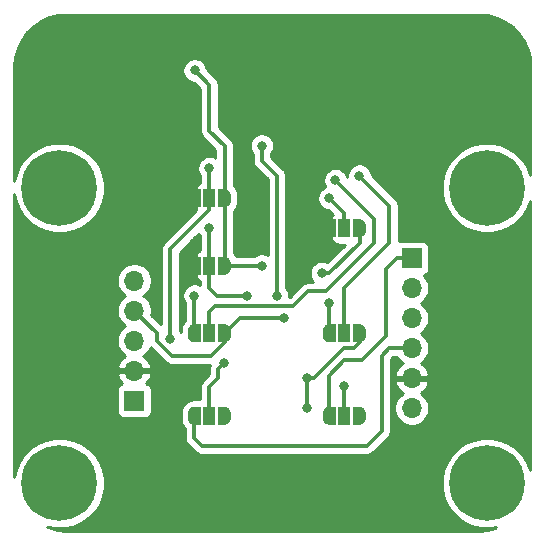
<source format=gbr>
%TF.GenerationSoftware,KiCad,Pcbnew,(5.1.9)-1*%
%TF.CreationDate,2021-03-29T15:47:30-03:00*%
%TF.ProjectId,1335_rev1,31333335-5f72-4657-9631-2e6b69636164,rev?*%
%TF.SameCoordinates,Original*%
%TF.FileFunction,Copper,L2,Bot*%
%TF.FilePolarity,Positive*%
%FSLAX46Y46*%
G04 Gerber Fmt 4.6, Leading zero omitted, Abs format (unit mm)*
G04 Created by KiCad (PCBNEW (5.1.9)-1) date 2021-03-29 15:47:30*
%MOMM*%
%LPD*%
G01*
G04 APERTURE LIST*
%TA.AperFunction,ComponentPad*%
%ADD10O,1.700000X1.700000*%
%TD*%
%TA.AperFunction,ComponentPad*%
%ADD11R,1.700000X1.700000*%
%TD*%
%TA.AperFunction,SMDPad,CuDef*%
%ADD12R,1.000000X1.500000*%
%TD*%
%TA.AperFunction,SMDPad,CuDef*%
%ADD13C,0.100000*%
%TD*%
%TA.AperFunction,ComponentPad*%
%ADD14C,6.400000*%
%TD*%
%TA.AperFunction,ComponentPad*%
%ADD15C,0.800000*%
%TD*%
%TA.AperFunction,ViaPad*%
%ADD16C,0.800000*%
%TD*%
%TA.AperFunction,Conductor*%
%ADD17C,0.300000*%
%TD*%
%TA.AperFunction,Conductor*%
%ADD18C,0.250000*%
%TD*%
%TA.AperFunction,Conductor*%
%ADD19C,0.254000*%
%TD*%
%TA.AperFunction,Conductor*%
%ADD20C,0.100000*%
%TD*%
G04 APERTURE END LIST*
D10*
%TO.P,J1,5*%
%TO.N,+3V3*%
X130810000Y-83185000D03*
%TO.P,J1,4*%
%TO.N,SDA*%
X130810000Y-85725000D03*
%TO.P,J1,3*%
%TO.N,SCL*%
X130810000Y-88265000D03*
%TO.P,J1,2*%
%TO.N,GND*%
X130810000Y-90805000D03*
D11*
%TO.P,J1,1*%
%TO.N,+5V*%
X130810000Y-93345000D03*
%TD*%
D10*
%TO.P,J2,6*%
%TO.N,+5V*%
X154305000Y-93980000D03*
%TO.P,J2,5*%
%TO.N,GND*%
X154305000Y-91440000D03*
%TO.P,J2,4*%
%TO.N,MOSI*%
X154305000Y-88900000D03*
%TO.P,J2,3*%
%TO.N,MISO*%
X154305000Y-86360000D03*
%TO.P,J2,2*%
%TO.N,SCK*%
X154305000Y-83820000D03*
D11*
%TO.P,J2,1*%
%TO.N,CS*%
X154305000Y-81280000D03*
%TD*%
D12*
%TO.P,JP7,2*%
%TO.N,/SA1-MOSI*%
X137160000Y-81915000D03*
%TA.AperFunction,SMDPad,CuDef*%
D13*
%TO.P,JP7,3*%
%TO.N,GND*%
G36*
X135860000Y-82664398D02*
G01*
X135835466Y-82664398D01*
X135786635Y-82659588D01*
X135738510Y-82650016D01*
X135691555Y-82635772D01*
X135646222Y-82616995D01*
X135602949Y-82593864D01*
X135562150Y-82566604D01*
X135524221Y-82535476D01*
X135489524Y-82500779D01*
X135458396Y-82462850D01*
X135431136Y-82422051D01*
X135408005Y-82378778D01*
X135389228Y-82333445D01*
X135374984Y-82286490D01*
X135365412Y-82238365D01*
X135360602Y-82189534D01*
X135360602Y-82165000D01*
X135360000Y-82165000D01*
X135360000Y-81665000D01*
X135360602Y-81665000D01*
X135360602Y-81640466D01*
X135365412Y-81591635D01*
X135374984Y-81543510D01*
X135389228Y-81496555D01*
X135408005Y-81451222D01*
X135431136Y-81407949D01*
X135458396Y-81367150D01*
X135489524Y-81329221D01*
X135524221Y-81294524D01*
X135562150Y-81263396D01*
X135602949Y-81236136D01*
X135646222Y-81213005D01*
X135691555Y-81194228D01*
X135738510Y-81179984D01*
X135786635Y-81170412D01*
X135835466Y-81165602D01*
X135860000Y-81165602D01*
X135860000Y-81165000D01*
X136410000Y-81165000D01*
X136410000Y-82665000D01*
X135860000Y-82665000D01*
X135860000Y-82664398D01*
G37*
%TD.AperFunction*%
%TA.AperFunction,SMDPad,CuDef*%
%TO.P,JP7,1*%
%TO.N,/BYP*%
G36*
X137910000Y-81165000D02*
G01*
X138460000Y-81165000D01*
X138460000Y-81165602D01*
X138484534Y-81165602D01*
X138533365Y-81170412D01*
X138581490Y-81179984D01*
X138628445Y-81194228D01*
X138673778Y-81213005D01*
X138717051Y-81236136D01*
X138757850Y-81263396D01*
X138795779Y-81294524D01*
X138830476Y-81329221D01*
X138861604Y-81367150D01*
X138888864Y-81407949D01*
X138911995Y-81451222D01*
X138930772Y-81496555D01*
X138945016Y-81543510D01*
X138954588Y-81591635D01*
X138959398Y-81640466D01*
X138959398Y-81665000D01*
X138960000Y-81665000D01*
X138960000Y-82165000D01*
X138959398Y-82165000D01*
X138959398Y-82189534D01*
X138954588Y-82238365D01*
X138945016Y-82286490D01*
X138930772Y-82333445D01*
X138911995Y-82378778D01*
X138888864Y-82422051D01*
X138861604Y-82462850D01*
X138830476Y-82500779D01*
X138795779Y-82535476D01*
X138757850Y-82566604D01*
X138717051Y-82593864D01*
X138673778Y-82616995D01*
X138628445Y-82635772D01*
X138581490Y-82650016D01*
X138533365Y-82659588D01*
X138484534Y-82664398D01*
X138460000Y-82664398D01*
X138460000Y-82665000D01*
X137910000Y-82665000D01*
X137910000Y-81165000D01*
G37*
%TD.AperFunction*%
%TD*%
D12*
%TO.P,JP6,2*%
%TO.N,/SA1-MOSI*%
X137160000Y-94615000D03*
%TA.AperFunction,SMDPad,CuDef*%
D13*
%TO.P,JP6,3*%
%TO.N,MOSI*%
G36*
X135860000Y-95364398D02*
G01*
X135835466Y-95364398D01*
X135786635Y-95359588D01*
X135738510Y-95350016D01*
X135691555Y-95335772D01*
X135646222Y-95316995D01*
X135602949Y-95293864D01*
X135562150Y-95266604D01*
X135524221Y-95235476D01*
X135489524Y-95200779D01*
X135458396Y-95162850D01*
X135431136Y-95122051D01*
X135408005Y-95078778D01*
X135389228Y-95033445D01*
X135374984Y-94986490D01*
X135365412Y-94938365D01*
X135360602Y-94889534D01*
X135360602Y-94865000D01*
X135360000Y-94865000D01*
X135360000Y-94365000D01*
X135360602Y-94365000D01*
X135360602Y-94340466D01*
X135365412Y-94291635D01*
X135374984Y-94243510D01*
X135389228Y-94196555D01*
X135408005Y-94151222D01*
X135431136Y-94107949D01*
X135458396Y-94067150D01*
X135489524Y-94029221D01*
X135524221Y-93994524D01*
X135562150Y-93963396D01*
X135602949Y-93936136D01*
X135646222Y-93913005D01*
X135691555Y-93894228D01*
X135738510Y-93879984D01*
X135786635Y-93870412D01*
X135835466Y-93865602D01*
X135860000Y-93865602D01*
X135860000Y-93865000D01*
X136410000Y-93865000D01*
X136410000Y-95365000D01*
X135860000Y-95365000D01*
X135860000Y-95364398D01*
G37*
%TD.AperFunction*%
%TA.AperFunction,SMDPad,CuDef*%
%TO.P,JP6,1*%
%TO.N,Net-(JP6-Pad1)*%
G36*
X137910000Y-93865000D02*
G01*
X138460000Y-93865000D01*
X138460000Y-93865602D01*
X138484534Y-93865602D01*
X138533365Y-93870412D01*
X138581490Y-93879984D01*
X138628445Y-93894228D01*
X138673778Y-93913005D01*
X138717051Y-93936136D01*
X138757850Y-93963396D01*
X138795779Y-93994524D01*
X138830476Y-94029221D01*
X138861604Y-94067150D01*
X138888864Y-94107949D01*
X138911995Y-94151222D01*
X138930772Y-94196555D01*
X138945016Y-94243510D01*
X138954588Y-94291635D01*
X138959398Y-94340466D01*
X138959398Y-94365000D01*
X138960000Y-94365000D01*
X138960000Y-94865000D01*
X138959398Y-94865000D01*
X138959398Y-94889534D01*
X138954588Y-94938365D01*
X138945016Y-94986490D01*
X138930772Y-95033445D01*
X138911995Y-95078778D01*
X138888864Y-95122051D01*
X138861604Y-95162850D01*
X138830476Y-95200779D01*
X138795779Y-95235476D01*
X138757850Y-95266604D01*
X138717051Y-95293864D01*
X138673778Y-95316995D01*
X138628445Y-95335772D01*
X138581490Y-95350016D01*
X138533365Y-95359588D01*
X138484534Y-95364398D01*
X138460000Y-95364398D01*
X138460000Y-95365000D01*
X137910000Y-95365000D01*
X137910000Y-93865000D01*
G37*
%TD.AperFunction*%
%TD*%
D12*
%TO.P,JP5,2*%
%TO.N,/SDA-MISO*%
X137160000Y-87630000D03*
%TA.AperFunction,SMDPad,CuDef*%
D13*
%TO.P,JP5,3*%
%TO.N,MISO*%
G36*
X135860000Y-88379398D02*
G01*
X135835466Y-88379398D01*
X135786635Y-88374588D01*
X135738510Y-88365016D01*
X135691555Y-88350772D01*
X135646222Y-88331995D01*
X135602949Y-88308864D01*
X135562150Y-88281604D01*
X135524221Y-88250476D01*
X135489524Y-88215779D01*
X135458396Y-88177850D01*
X135431136Y-88137051D01*
X135408005Y-88093778D01*
X135389228Y-88048445D01*
X135374984Y-88001490D01*
X135365412Y-87953365D01*
X135360602Y-87904534D01*
X135360602Y-87880000D01*
X135360000Y-87880000D01*
X135360000Y-87380000D01*
X135360602Y-87380000D01*
X135360602Y-87355466D01*
X135365412Y-87306635D01*
X135374984Y-87258510D01*
X135389228Y-87211555D01*
X135408005Y-87166222D01*
X135431136Y-87122949D01*
X135458396Y-87082150D01*
X135489524Y-87044221D01*
X135524221Y-87009524D01*
X135562150Y-86978396D01*
X135602949Y-86951136D01*
X135646222Y-86928005D01*
X135691555Y-86909228D01*
X135738510Y-86894984D01*
X135786635Y-86885412D01*
X135835466Y-86880602D01*
X135860000Y-86880602D01*
X135860000Y-86880000D01*
X136410000Y-86880000D01*
X136410000Y-88380000D01*
X135860000Y-88380000D01*
X135860000Y-88379398D01*
G37*
%TD.AperFunction*%
%TA.AperFunction,SMDPad,CuDef*%
%TO.P,JP5,1*%
%TO.N,SDA*%
G36*
X137910000Y-86880000D02*
G01*
X138460000Y-86880000D01*
X138460000Y-86880602D01*
X138484534Y-86880602D01*
X138533365Y-86885412D01*
X138581490Y-86894984D01*
X138628445Y-86909228D01*
X138673778Y-86928005D01*
X138717051Y-86951136D01*
X138757850Y-86978396D01*
X138795779Y-87009524D01*
X138830476Y-87044221D01*
X138861604Y-87082150D01*
X138888864Y-87122949D01*
X138911995Y-87166222D01*
X138930772Y-87211555D01*
X138945016Y-87258510D01*
X138954588Y-87306635D01*
X138959398Y-87355466D01*
X138959398Y-87380000D01*
X138960000Y-87380000D01*
X138960000Y-87880000D01*
X138959398Y-87880000D01*
X138959398Y-87904534D01*
X138954588Y-87953365D01*
X138945016Y-88001490D01*
X138930772Y-88048445D01*
X138911995Y-88093778D01*
X138888864Y-88137051D01*
X138861604Y-88177850D01*
X138830476Y-88215779D01*
X138795779Y-88250476D01*
X138757850Y-88281604D01*
X138717051Y-88308864D01*
X138673778Y-88331995D01*
X138628445Y-88350772D01*
X138581490Y-88365016D01*
X138533365Y-88374588D01*
X138484534Y-88379398D01*
X138460000Y-88379398D01*
X138460000Y-88380000D01*
X137910000Y-88380000D01*
X137910000Y-86880000D01*
G37*
%TD.AperFunction*%
%TD*%
D12*
%TO.P,JP4,2*%
%TO.N,/SA0-CS*%
X137160000Y-76200000D03*
%TA.AperFunction,SMDPad,CuDef*%
D13*
%TO.P,JP4,3*%
%TO.N,GND*%
G36*
X135860000Y-76949398D02*
G01*
X135835466Y-76949398D01*
X135786635Y-76944588D01*
X135738510Y-76935016D01*
X135691555Y-76920772D01*
X135646222Y-76901995D01*
X135602949Y-76878864D01*
X135562150Y-76851604D01*
X135524221Y-76820476D01*
X135489524Y-76785779D01*
X135458396Y-76747850D01*
X135431136Y-76707051D01*
X135408005Y-76663778D01*
X135389228Y-76618445D01*
X135374984Y-76571490D01*
X135365412Y-76523365D01*
X135360602Y-76474534D01*
X135360602Y-76450000D01*
X135360000Y-76450000D01*
X135360000Y-75950000D01*
X135360602Y-75950000D01*
X135360602Y-75925466D01*
X135365412Y-75876635D01*
X135374984Y-75828510D01*
X135389228Y-75781555D01*
X135408005Y-75736222D01*
X135431136Y-75692949D01*
X135458396Y-75652150D01*
X135489524Y-75614221D01*
X135524221Y-75579524D01*
X135562150Y-75548396D01*
X135602949Y-75521136D01*
X135646222Y-75498005D01*
X135691555Y-75479228D01*
X135738510Y-75464984D01*
X135786635Y-75455412D01*
X135835466Y-75450602D01*
X135860000Y-75450602D01*
X135860000Y-75450000D01*
X136410000Y-75450000D01*
X136410000Y-76950000D01*
X135860000Y-76950000D01*
X135860000Y-76949398D01*
G37*
%TD.AperFunction*%
%TA.AperFunction,SMDPad,CuDef*%
%TO.P,JP4,1*%
%TO.N,/BYP*%
G36*
X137910000Y-75450000D02*
G01*
X138460000Y-75450000D01*
X138460000Y-75450602D01*
X138484534Y-75450602D01*
X138533365Y-75455412D01*
X138581490Y-75464984D01*
X138628445Y-75479228D01*
X138673778Y-75498005D01*
X138717051Y-75521136D01*
X138757850Y-75548396D01*
X138795779Y-75579524D01*
X138830476Y-75614221D01*
X138861604Y-75652150D01*
X138888864Y-75692949D01*
X138911995Y-75736222D01*
X138930772Y-75781555D01*
X138945016Y-75828510D01*
X138954588Y-75876635D01*
X138959398Y-75925466D01*
X138959398Y-75950000D01*
X138960000Y-75950000D01*
X138960000Y-76450000D01*
X138959398Y-76450000D01*
X138959398Y-76474534D01*
X138954588Y-76523365D01*
X138945016Y-76571490D01*
X138930772Y-76618445D01*
X138911995Y-76663778D01*
X138888864Y-76707051D01*
X138861604Y-76747850D01*
X138830476Y-76785779D01*
X138795779Y-76820476D01*
X138757850Y-76851604D01*
X138717051Y-76878864D01*
X138673778Y-76901995D01*
X138628445Y-76920772D01*
X138581490Y-76935016D01*
X138533365Y-76944588D01*
X138484534Y-76949398D01*
X138460000Y-76949398D01*
X138460000Y-76950000D01*
X137910000Y-76950000D01*
X137910000Y-75450000D01*
G37*
%TD.AperFunction*%
%TD*%
D12*
%TO.P,JP3,2*%
%TO.N,/SA0-CS*%
X148590000Y-94615000D03*
%TA.AperFunction,SMDPad,CuDef*%
D13*
%TO.P,JP3,3*%
%TO.N,CS*%
G36*
X147290000Y-95364398D02*
G01*
X147265466Y-95364398D01*
X147216635Y-95359588D01*
X147168510Y-95350016D01*
X147121555Y-95335772D01*
X147076222Y-95316995D01*
X147032949Y-95293864D01*
X146992150Y-95266604D01*
X146954221Y-95235476D01*
X146919524Y-95200779D01*
X146888396Y-95162850D01*
X146861136Y-95122051D01*
X146838005Y-95078778D01*
X146819228Y-95033445D01*
X146804984Y-94986490D01*
X146795412Y-94938365D01*
X146790602Y-94889534D01*
X146790602Y-94865000D01*
X146790000Y-94865000D01*
X146790000Y-94365000D01*
X146790602Y-94365000D01*
X146790602Y-94340466D01*
X146795412Y-94291635D01*
X146804984Y-94243510D01*
X146819228Y-94196555D01*
X146838005Y-94151222D01*
X146861136Y-94107949D01*
X146888396Y-94067150D01*
X146919524Y-94029221D01*
X146954221Y-93994524D01*
X146992150Y-93963396D01*
X147032949Y-93936136D01*
X147076222Y-93913005D01*
X147121555Y-93894228D01*
X147168510Y-93879984D01*
X147216635Y-93870412D01*
X147265466Y-93865602D01*
X147290000Y-93865602D01*
X147290000Y-93865000D01*
X147840000Y-93865000D01*
X147840000Y-95365000D01*
X147290000Y-95365000D01*
X147290000Y-95364398D01*
G37*
%TD.AperFunction*%
%TA.AperFunction,SMDPad,CuDef*%
%TO.P,JP3,1*%
%TO.N,Net-(JP3-Pad1)*%
G36*
X149340000Y-93865000D02*
G01*
X149890000Y-93865000D01*
X149890000Y-93865602D01*
X149914534Y-93865602D01*
X149963365Y-93870412D01*
X150011490Y-93879984D01*
X150058445Y-93894228D01*
X150103778Y-93913005D01*
X150147051Y-93936136D01*
X150187850Y-93963396D01*
X150225779Y-93994524D01*
X150260476Y-94029221D01*
X150291604Y-94067150D01*
X150318864Y-94107949D01*
X150341995Y-94151222D01*
X150360772Y-94196555D01*
X150375016Y-94243510D01*
X150384588Y-94291635D01*
X150389398Y-94340466D01*
X150389398Y-94365000D01*
X150390000Y-94365000D01*
X150390000Y-94865000D01*
X150389398Y-94865000D01*
X150389398Y-94889534D01*
X150384588Y-94938365D01*
X150375016Y-94986490D01*
X150360772Y-95033445D01*
X150341995Y-95078778D01*
X150318864Y-95122051D01*
X150291604Y-95162850D01*
X150260476Y-95200779D01*
X150225779Y-95235476D01*
X150187850Y-95266604D01*
X150147051Y-95293864D01*
X150103778Y-95316995D01*
X150058445Y-95335772D01*
X150011490Y-95350016D01*
X149963365Y-95359588D01*
X149914534Y-95364398D01*
X149890000Y-95364398D01*
X149890000Y-95365000D01*
X149340000Y-95365000D01*
X149340000Y-93865000D01*
G37*
%TD.AperFunction*%
%TD*%
D12*
%TO.P,JP2,2*%
%TO.N,/SCL-CLK*%
X148590000Y-87630000D03*
%TA.AperFunction,SMDPad,CuDef*%
D13*
%TO.P,JP2,3*%
%TO.N,SCK*%
G36*
X147290000Y-88379398D02*
G01*
X147265466Y-88379398D01*
X147216635Y-88374588D01*
X147168510Y-88365016D01*
X147121555Y-88350772D01*
X147076222Y-88331995D01*
X147032949Y-88308864D01*
X146992150Y-88281604D01*
X146954221Y-88250476D01*
X146919524Y-88215779D01*
X146888396Y-88177850D01*
X146861136Y-88137051D01*
X146838005Y-88093778D01*
X146819228Y-88048445D01*
X146804984Y-88001490D01*
X146795412Y-87953365D01*
X146790602Y-87904534D01*
X146790602Y-87880000D01*
X146790000Y-87880000D01*
X146790000Y-87380000D01*
X146790602Y-87380000D01*
X146790602Y-87355466D01*
X146795412Y-87306635D01*
X146804984Y-87258510D01*
X146819228Y-87211555D01*
X146838005Y-87166222D01*
X146861136Y-87122949D01*
X146888396Y-87082150D01*
X146919524Y-87044221D01*
X146954221Y-87009524D01*
X146992150Y-86978396D01*
X147032949Y-86951136D01*
X147076222Y-86928005D01*
X147121555Y-86909228D01*
X147168510Y-86894984D01*
X147216635Y-86885412D01*
X147265466Y-86880602D01*
X147290000Y-86880602D01*
X147290000Y-86880000D01*
X147840000Y-86880000D01*
X147840000Y-88380000D01*
X147290000Y-88380000D01*
X147290000Y-88379398D01*
G37*
%TD.AperFunction*%
%TA.AperFunction,SMDPad,CuDef*%
%TO.P,JP2,1*%
%TO.N,SCL*%
G36*
X149340000Y-86880000D02*
G01*
X149890000Y-86880000D01*
X149890000Y-86880602D01*
X149914534Y-86880602D01*
X149963365Y-86885412D01*
X150011490Y-86894984D01*
X150058445Y-86909228D01*
X150103778Y-86928005D01*
X150147051Y-86951136D01*
X150187850Y-86978396D01*
X150225779Y-87009524D01*
X150260476Y-87044221D01*
X150291604Y-87082150D01*
X150318864Y-87122949D01*
X150341995Y-87166222D01*
X150360772Y-87211555D01*
X150375016Y-87258510D01*
X150384588Y-87306635D01*
X150389398Y-87355466D01*
X150389398Y-87380000D01*
X150390000Y-87380000D01*
X150390000Y-87880000D01*
X150389398Y-87880000D01*
X150389398Y-87904534D01*
X150384588Y-87953365D01*
X150375016Y-88001490D01*
X150360772Y-88048445D01*
X150341995Y-88093778D01*
X150318864Y-88137051D01*
X150291604Y-88177850D01*
X150260476Y-88215779D01*
X150225779Y-88250476D01*
X150187850Y-88281604D01*
X150147051Y-88308864D01*
X150103778Y-88331995D01*
X150058445Y-88350772D01*
X150011490Y-88365016D01*
X149963365Y-88374588D01*
X149914534Y-88379398D01*
X149890000Y-88379398D01*
X149890000Y-88380000D01*
X149340000Y-88380000D01*
X149340000Y-86880000D01*
G37*
%TD.AperFunction*%
%TD*%
D12*
%TO.P,JP1,2*%
%TO.N,/ISEL*%
X148590000Y-78740000D03*
%TA.AperFunction,SMDPad,CuDef*%
D13*
%TO.P,JP1,3*%
%TO.N,GND*%
G36*
X147290000Y-79489398D02*
G01*
X147265466Y-79489398D01*
X147216635Y-79484588D01*
X147168510Y-79475016D01*
X147121555Y-79460772D01*
X147076222Y-79441995D01*
X147032949Y-79418864D01*
X146992150Y-79391604D01*
X146954221Y-79360476D01*
X146919524Y-79325779D01*
X146888396Y-79287850D01*
X146861136Y-79247051D01*
X146838005Y-79203778D01*
X146819228Y-79158445D01*
X146804984Y-79111490D01*
X146795412Y-79063365D01*
X146790602Y-79014534D01*
X146790602Y-78990000D01*
X146790000Y-78990000D01*
X146790000Y-78490000D01*
X146790602Y-78490000D01*
X146790602Y-78465466D01*
X146795412Y-78416635D01*
X146804984Y-78368510D01*
X146819228Y-78321555D01*
X146838005Y-78276222D01*
X146861136Y-78232949D01*
X146888396Y-78192150D01*
X146919524Y-78154221D01*
X146954221Y-78119524D01*
X146992150Y-78088396D01*
X147032949Y-78061136D01*
X147076222Y-78038005D01*
X147121555Y-78019228D01*
X147168510Y-78004984D01*
X147216635Y-77995412D01*
X147265466Y-77990602D01*
X147290000Y-77990602D01*
X147290000Y-77990000D01*
X147840000Y-77990000D01*
X147840000Y-79490000D01*
X147290000Y-79490000D01*
X147290000Y-79489398D01*
G37*
%TD.AperFunction*%
%TA.AperFunction,SMDPad,CuDef*%
%TO.P,JP1,1*%
%TO.N,/BYP*%
G36*
X149340000Y-77990000D02*
G01*
X149890000Y-77990000D01*
X149890000Y-77990602D01*
X149914534Y-77990602D01*
X149963365Y-77995412D01*
X150011490Y-78004984D01*
X150058445Y-78019228D01*
X150103778Y-78038005D01*
X150147051Y-78061136D01*
X150187850Y-78088396D01*
X150225779Y-78119524D01*
X150260476Y-78154221D01*
X150291604Y-78192150D01*
X150318864Y-78232949D01*
X150341995Y-78276222D01*
X150360772Y-78321555D01*
X150375016Y-78368510D01*
X150384588Y-78416635D01*
X150389398Y-78465466D01*
X150389398Y-78490000D01*
X150390000Y-78490000D01*
X150390000Y-78990000D01*
X150389398Y-78990000D01*
X150389398Y-79014534D01*
X150384588Y-79063365D01*
X150375016Y-79111490D01*
X150360772Y-79158445D01*
X150341995Y-79203778D01*
X150318864Y-79247051D01*
X150291604Y-79287850D01*
X150260476Y-79325779D01*
X150225779Y-79360476D01*
X150187850Y-79391604D01*
X150147051Y-79418864D01*
X150103778Y-79441995D01*
X150058445Y-79460772D01*
X150011490Y-79475016D01*
X149963365Y-79484588D01*
X149914534Y-79489398D01*
X149890000Y-79489398D01*
X149890000Y-79490000D01*
X149340000Y-79490000D01*
X149340000Y-77990000D01*
G37*
%TD.AperFunction*%
%TD*%
D14*
%TO.P,H1,1*%
%TO.N,N/C*%
X124460000Y-75330000D03*
D15*
X126860000Y-75330000D03*
X126157056Y-77027056D03*
X124460000Y-77730000D03*
X122762944Y-77027056D03*
X122060000Y-75330000D03*
X122762944Y-73632944D03*
X124460000Y-72930000D03*
X126157056Y-73632944D03*
%TD*%
%TO.P,H2,1*%
%TO.N,N/C*%
X162352056Y-73632944D03*
X160655000Y-72930000D03*
X158957944Y-73632944D03*
X158255000Y-75330000D03*
X158957944Y-77027056D03*
X160655000Y-77730000D03*
X162352056Y-77027056D03*
X163055000Y-75330000D03*
D14*
X160655000Y-75330000D03*
%TD*%
%TO.P,H3,1*%
%TO.N,N/C*%
X124460000Y-100330000D03*
D15*
X126860000Y-100330000D03*
X126157056Y-102027056D03*
X124460000Y-102730000D03*
X122762944Y-102027056D03*
X122060000Y-100330000D03*
X122762944Y-98632944D03*
X124460000Y-97930000D03*
X126157056Y-98632944D03*
%TD*%
%TO.P,H4,1*%
%TO.N,N/C*%
X162352056Y-98632944D03*
X160655000Y-97930000D03*
X158957944Y-98632944D03*
X158255000Y-100330000D03*
X158957944Y-102027056D03*
X160655000Y-102730000D03*
X162352056Y-102027056D03*
X163055000Y-100330000D03*
D14*
X160655000Y-100330000D03*
%TD*%
D16*
%TO.N,/BYP*%
X146685000Y-82550000D03*
X141605000Y-81915000D03*
X135920000Y-65375000D03*
%TO.N,GND*%
X162560000Y-68580000D03*
X135636000Y-67056000D03*
X144780000Y-78740000D03*
X135890000Y-80010000D03*
X162560000Y-66040000D03*
X160020000Y-66040000D03*
X160020000Y-63500000D03*
X162560000Y-63500000D03*
X160020000Y-68580000D03*
X157480000Y-68580000D03*
X157480000Y-66040000D03*
X157480000Y-63500000D03*
X154940000Y-63500000D03*
X154940000Y-66040000D03*
X154940000Y-68580000D03*
X152400000Y-68580000D03*
X152400000Y-66040000D03*
X152400000Y-63500000D03*
X152400000Y-71120000D03*
X154940000Y-71120000D03*
X154940000Y-73660000D03*
X152400000Y-73660000D03*
X121920000Y-63500000D03*
X121920000Y-66040000D03*
X124460000Y-63500000D03*
X127000000Y-63500000D03*
X127000000Y-66040000D03*
X124460000Y-66040000D03*
X124460000Y-68580000D03*
X121920000Y-68580000D03*
X127000000Y-68580000D03*
X129540000Y-63500000D03*
X129540000Y-66040000D03*
X129540000Y-68580000D03*
X129540000Y-71120000D03*
X132080000Y-71120000D03*
X132080000Y-73660000D03*
X129540000Y-73660000D03*
X127000000Y-71120000D03*
X121920000Y-71120000D03*
X157480000Y-71120000D03*
X162560000Y-71120000D03*
X124460000Y-71120000D03*
X160020000Y-71120000D03*
X129540000Y-99060000D03*
X132080000Y-99060000D03*
X134620000Y-99060000D03*
X134620000Y-101600000D03*
X132080000Y-101600000D03*
X129540000Y-101600000D03*
X137160000Y-99060000D03*
X137160000Y-101600000D03*
X149860000Y-101600000D03*
X149860000Y-99060000D03*
X152400000Y-99060000D03*
X152400000Y-101600000D03*
X154940000Y-101600000D03*
X154940000Y-99060000D03*
X147320000Y-101600000D03*
X144780000Y-101600000D03*
X142240000Y-101600000D03*
X139700000Y-101600000D03*
X139700000Y-99060000D03*
X142240000Y-99060000D03*
X144780000Y-99060000D03*
X147320000Y-99060000D03*
%TO.N,SCK*%
X147320000Y-85090000D03*
%TO.N,MISO*%
X135890000Y-84455000D03*
%TO.N,+5V*%
X141605000Y-71755000D03*
X142875000Y-84455000D03*
%TO.N,SDA*%
X143510000Y-86360000D03*
%TO.N,SCL*%
X145415000Y-91440000D03*
X145415000Y-93980000D03*
%TO.N,/ISEL*%
X147320000Y-76200000D03*
%TO.N,/SDA-MISO*%
X147828000Y-74676000D03*
%TO.N,/SCL-CLK*%
X149860000Y-74295000D03*
%TO.N,/SA1-MOSI*%
X137160000Y-78740000D03*
X140335000Y-84455000D03*
X138430000Y-90170000D03*
%TO.N,/SA0-CS*%
X137160000Y-73660000D03*
X133858000Y-88138000D03*
X148590000Y-92075000D03*
%TD*%
D17*
%TO.N,/BYP*%
X149890000Y-78740000D02*
X149890000Y-79980000D01*
X147320000Y-82550000D02*
X146685000Y-82550000D01*
X149890000Y-79980000D02*
X147320000Y-82550000D01*
X141605000Y-81915000D02*
X138460000Y-81915000D01*
X138460000Y-81915000D02*
X138460000Y-76200000D01*
X138460000Y-76200000D02*
X138460000Y-71785000D01*
X138460000Y-71785000D02*
X137160000Y-70485000D01*
X137160000Y-66615000D02*
X135920000Y-65375000D01*
X137160000Y-70485000D02*
X137160000Y-66615000D01*
D18*
%TO.N,GND*%
X147290000Y-78740000D02*
X147290000Y-78075000D01*
X135860000Y-80040000D02*
X135890000Y-80010000D01*
X135860000Y-81915000D02*
X135860000Y-80040000D01*
D17*
X147290000Y-78740000D02*
X144780000Y-78740000D01*
%TO.N,SCK*%
X147320000Y-87600000D02*
X147290000Y-87630000D01*
X147320000Y-85090000D02*
X147320000Y-87600000D01*
%TO.N,MISO*%
X135860000Y-84485000D02*
X135890000Y-84455000D01*
X135860000Y-87630000D02*
X135860000Y-84485000D01*
%TO.N,MOSI*%
X152400000Y-88900000D02*
X154305000Y-88900000D01*
X151765000Y-89535000D02*
X152400000Y-88900000D01*
X151765000Y-95885000D02*
X151765000Y-89535000D01*
X150495000Y-97155000D02*
X151765000Y-95885000D01*
X136525000Y-97155000D02*
X150495000Y-97155000D01*
X135860000Y-96490000D02*
X136525000Y-97155000D01*
X135860000Y-94615000D02*
X135860000Y-96490000D01*
%TO.N,+5V*%
X141605000Y-71755000D02*
X141605000Y-73025000D01*
X141605000Y-73025000D02*
X142875000Y-74295000D01*
X142875000Y-84455000D02*
X142875000Y-74295000D01*
%TO.N,SDA*%
X139730000Y-86360000D02*
X138460000Y-87630000D01*
X138460000Y-88377592D02*
X137302592Y-89535000D01*
X138460000Y-87630000D02*
X138460000Y-88377592D01*
X137302592Y-89535000D02*
X133985000Y-89535000D01*
X133985000Y-89535000D02*
X132715000Y-88265000D01*
X132715000Y-87630000D02*
X130810000Y-85725000D01*
X132715000Y-88265000D02*
X132715000Y-87630000D01*
X143510000Y-86360000D02*
X139730000Y-86360000D01*
%TO.N,SCL*%
X145415000Y-91440000D02*
X146050000Y-91440000D01*
X146050000Y-91440000D02*
X148590000Y-88900000D01*
X149860000Y-87660000D02*
X149890000Y-87630000D01*
X145415000Y-93980000D02*
X145415000Y-91440000D01*
D18*
X149890000Y-87630000D02*
X149890000Y-88235000D01*
D17*
X149367592Y-88900000D02*
X148590000Y-88900000D01*
X149890000Y-88377592D02*
X149367592Y-88900000D01*
X149890000Y-87630000D02*
X149890000Y-88377592D01*
%TO.N,CS*%
X153035000Y-81280000D02*
X154305000Y-81280000D01*
X152146000Y-87884000D02*
X152146000Y-82169000D01*
X150114000Y-89916000D02*
X152146000Y-87884000D01*
X152146000Y-82169000D02*
X153035000Y-81280000D01*
X148590000Y-89916000D02*
X150114000Y-89916000D01*
X147290000Y-91216000D02*
X148590000Y-89916000D01*
X147290000Y-94615000D02*
X147290000Y-91216000D01*
%TO.N,/ISEL*%
X148590000Y-77470000D02*
X147320000Y-76200000D01*
X148590000Y-78740000D02*
X148590000Y-77470000D01*
%TO.N,/SDA-MISO*%
X151130000Y-77978000D02*
X147828000Y-74676000D01*
X151130000Y-80010000D02*
X151130000Y-77978000D01*
X145542000Y-84074000D02*
X147066000Y-84074000D01*
X144272000Y-85344000D02*
X145542000Y-84074000D01*
X137668000Y-85344000D02*
X144272000Y-85344000D01*
X137160000Y-85852000D02*
X137668000Y-85344000D01*
X147066000Y-84074000D02*
X151130000Y-80010000D01*
X137160000Y-87630000D02*
X137160000Y-85852000D01*
%TO.N,/SCL-CLK*%
X151892000Y-76327000D02*
X149860000Y-74295000D01*
X152400000Y-76835000D02*
X151892000Y-76327000D01*
X152400000Y-80010000D02*
X152400000Y-76835000D01*
X148590000Y-83820000D02*
X152400000Y-80010000D01*
X148590000Y-87630000D02*
X148590000Y-83820000D01*
%TO.N,/SA1-MOSI*%
X137160000Y-78740000D02*
X137160000Y-81915000D01*
X137922000Y-91440000D02*
X137160000Y-92202000D01*
X137160000Y-92202000D02*
X137160000Y-94615000D01*
X137160000Y-81915000D02*
X137160000Y-83820000D01*
X137160000Y-83820000D02*
X137795000Y-84455000D01*
X137795000Y-84455000D02*
X140335000Y-84455000D01*
X137922000Y-90678000D02*
X137922000Y-91440000D01*
X138430000Y-90170000D02*
X137922000Y-90678000D01*
%TO.N,/SA0-CS*%
X137160000Y-73660000D02*
X137160000Y-76200000D01*
X137160000Y-76200000D02*
X137160000Y-77216000D01*
X137160000Y-77216000D02*
X136652000Y-77724000D01*
X136652000Y-77724000D02*
X135382000Y-78994000D01*
X135382000Y-78994000D02*
X133858000Y-80518000D01*
X133858000Y-80518000D02*
X133858000Y-88138000D01*
X148590000Y-92075000D02*
X148590000Y-94615000D01*
%TD*%
D19*
%TO.N,GND*%
X160768083Y-60731173D02*
X161511891Y-60934656D01*
X162207905Y-61266638D01*
X162834130Y-61716626D01*
X163370777Y-62270403D01*
X163800871Y-62910451D01*
X164110829Y-63616553D01*
X164292065Y-64371457D01*
X164340000Y-65024207D01*
X164340000Y-74205040D01*
X164053533Y-73513446D01*
X163633839Y-72885330D01*
X163099670Y-72351161D01*
X162471554Y-71931467D01*
X161773628Y-71642377D01*
X161032715Y-71495000D01*
X160277285Y-71495000D01*
X159536372Y-71642377D01*
X158838446Y-71931467D01*
X158210330Y-72351161D01*
X157676161Y-72885330D01*
X157256467Y-73513446D01*
X156967377Y-74211372D01*
X156820000Y-74952285D01*
X156820000Y-75707715D01*
X156967377Y-76448628D01*
X157256467Y-77146554D01*
X157676161Y-77774670D01*
X158210330Y-78308839D01*
X158838446Y-78728533D01*
X159536372Y-79017623D01*
X160277285Y-79165000D01*
X161032715Y-79165000D01*
X161773628Y-79017623D01*
X162471554Y-78728533D01*
X163099670Y-78308839D01*
X163633839Y-77774670D01*
X164053533Y-77146554D01*
X164340000Y-76454960D01*
X164340001Y-99205042D01*
X164053533Y-98513446D01*
X163633839Y-97885330D01*
X163099670Y-97351161D01*
X162471554Y-96931467D01*
X161773628Y-96642377D01*
X161032715Y-96495000D01*
X160277285Y-96495000D01*
X159536372Y-96642377D01*
X158838446Y-96931467D01*
X158210330Y-97351161D01*
X157676161Y-97885330D01*
X157256467Y-98513446D01*
X156967377Y-99211372D01*
X156820000Y-99952285D01*
X156820000Y-100707715D01*
X156967377Y-101448628D01*
X157256467Y-102146554D01*
X157676161Y-102774670D01*
X158210330Y-103308839D01*
X158838446Y-103728533D01*
X159536372Y-104017623D01*
X160277285Y-104165000D01*
X161032715Y-104165000D01*
X161448405Y-104082314D01*
X161383447Y-104110829D01*
X160628543Y-104292065D01*
X159975793Y-104340000D01*
X125029392Y-104340000D01*
X124231917Y-104268827D01*
X123488110Y-104065344D01*
X123421458Y-104033553D01*
X124082285Y-104165000D01*
X124837715Y-104165000D01*
X125578628Y-104017623D01*
X126276554Y-103728533D01*
X126904670Y-103308839D01*
X127438839Y-102774670D01*
X127858533Y-102146554D01*
X128147623Y-101448628D01*
X128295000Y-100707715D01*
X128295000Y-99952285D01*
X128147623Y-99211372D01*
X127858533Y-98513446D01*
X127438839Y-97885330D01*
X126904670Y-97351161D01*
X126276554Y-96931467D01*
X125578628Y-96642377D01*
X124837715Y-96495000D01*
X124082285Y-96495000D01*
X123341372Y-96642377D01*
X122643446Y-96931467D01*
X122015330Y-97351161D01*
X121481161Y-97885330D01*
X121061467Y-98513446D01*
X120772377Y-99211372D01*
X120660000Y-99776328D01*
X120660000Y-92495000D01*
X129321928Y-92495000D01*
X129321928Y-94195000D01*
X129334188Y-94319482D01*
X129370498Y-94439180D01*
X129429463Y-94549494D01*
X129508815Y-94646185D01*
X129605506Y-94725537D01*
X129715820Y-94784502D01*
X129835518Y-94820812D01*
X129960000Y-94833072D01*
X131660000Y-94833072D01*
X131784482Y-94820812D01*
X131904180Y-94784502D01*
X132014494Y-94725537D01*
X132111185Y-94646185D01*
X132190537Y-94549494D01*
X132249502Y-94439180D01*
X132285812Y-94319482D01*
X132298072Y-94195000D01*
X132298072Y-92495000D01*
X132285812Y-92370518D01*
X132249502Y-92250820D01*
X132190537Y-92140506D01*
X132111185Y-92043815D01*
X132014494Y-91964463D01*
X131904180Y-91905498D01*
X131823534Y-91881034D01*
X131907588Y-91805269D01*
X132081641Y-91571920D01*
X132206825Y-91309099D01*
X132251476Y-91161890D01*
X132130155Y-90932000D01*
X130937000Y-90932000D01*
X130937000Y-90952000D01*
X130683000Y-90952000D01*
X130683000Y-90932000D01*
X129489845Y-90932000D01*
X129368524Y-91161890D01*
X129413175Y-91309099D01*
X129538359Y-91571920D01*
X129712412Y-91805269D01*
X129796466Y-91881034D01*
X129715820Y-91905498D01*
X129605506Y-91964463D01*
X129508815Y-92043815D01*
X129429463Y-92140506D01*
X129370498Y-92250820D01*
X129334188Y-92370518D01*
X129321928Y-92495000D01*
X120660000Y-92495000D01*
X120660000Y-83038740D01*
X129325000Y-83038740D01*
X129325000Y-83331260D01*
X129382068Y-83618158D01*
X129494010Y-83888411D01*
X129656525Y-84131632D01*
X129863368Y-84338475D01*
X130037760Y-84455000D01*
X129863368Y-84571525D01*
X129656525Y-84778368D01*
X129494010Y-85021589D01*
X129382068Y-85291842D01*
X129325000Y-85578740D01*
X129325000Y-85871260D01*
X129382068Y-86158158D01*
X129494010Y-86428411D01*
X129656525Y-86671632D01*
X129863368Y-86878475D01*
X130037760Y-86995000D01*
X129863368Y-87111525D01*
X129656525Y-87318368D01*
X129494010Y-87561589D01*
X129382068Y-87831842D01*
X129325000Y-88118740D01*
X129325000Y-88411260D01*
X129382068Y-88698158D01*
X129494010Y-88968411D01*
X129656525Y-89211632D01*
X129863368Y-89418475D01*
X130045534Y-89540195D01*
X129928645Y-89609822D01*
X129712412Y-89804731D01*
X129538359Y-90038080D01*
X129413175Y-90300901D01*
X129368524Y-90448110D01*
X129489845Y-90678000D01*
X130683000Y-90678000D01*
X130683000Y-90658000D01*
X130937000Y-90658000D01*
X130937000Y-90678000D01*
X132130155Y-90678000D01*
X132251476Y-90448110D01*
X132206825Y-90300901D01*
X132081641Y-90038080D01*
X131907588Y-89804731D01*
X131691355Y-89609822D01*
X131574466Y-89540195D01*
X131756632Y-89418475D01*
X131963475Y-89211632D01*
X132125990Y-88968411D01*
X132178940Y-88840577D01*
X132187190Y-88847347D01*
X133402658Y-90062815D01*
X133427236Y-90092764D01*
X133457184Y-90117342D01*
X133457187Y-90117345D01*
X133460710Y-90120236D01*
X133546767Y-90190862D01*
X133683140Y-90263754D01*
X133796672Y-90298194D01*
X133831112Y-90308641D01*
X133845490Y-90310057D01*
X133946439Y-90320000D01*
X133946446Y-90320000D01*
X133984999Y-90323797D01*
X134023552Y-90320000D01*
X137223254Y-90320000D01*
X137193246Y-90376141D01*
X137148359Y-90524114D01*
X137137000Y-90639440D01*
X137137000Y-90639447D01*
X137133203Y-90678000D01*
X137137000Y-90716553D01*
X137137000Y-91114843D01*
X136632190Y-91619653D01*
X136602236Y-91644236D01*
X136504138Y-91763768D01*
X136431246Y-91900141D01*
X136386359Y-92048114D01*
X136375000Y-92163440D01*
X136375000Y-92163447D01*
X136371203Y-92202000D01*
X136375000Y-92240553D01*
X136375000Y-93226928D01*
X135860000Y-93226928D01*
X135835550Y-93229336D01*
X135810991Y-93229336D01*
X135686510Y-93241596D01*
X135590377Y-93260718D01*
X135470681Y-93297027D01*
X135380125Y-93334536D01*
X135269808Y-93393502D01*
X135188309Y-93447958D01*
X135091618Y-93527310D01*
X135022310Y-93596618D01*
X134942958Y-93693309D01*
X134888502Y-93774808D01*
X134829536Y-93885125D01*
X134792027Y-93975681D01*
X134755718Y-94095377D01*
X134736596Y-94191510D01*
X134724336Y-94315991D01*
X134724336Y-94340550D01*
X134721928Y-94365000D01*
X134721928Y-94865000D01*
X134724336Y-94889450D01*
X134724336Y-94914009D01*
X134736596Y-95038490D01*
X134755718Y-95134623D01*
X134792027Y-95254319D01*
X134829536Y-95344875D01*
X134888502Y-95455192D01*
X134942958Y-95536691D01*
X135022310Y-95633382D01*
X135075001Y-95686073D01*
X135075001Y-96451438D01*
X135071203Y-96490000D01*
X135086359Y-96643886D01*
X135131246Y-96791859D01*
X135131247Y-96791860D01*
X135204139Y-96928233D01*
X135244690Y-96977644D01*
X135277655Y-97017812D01*
X135277659Y-97017816D01*
X135302237Y-97047764D01*
X135332185Y-97072342D01*
X135942657Y-97682815D01*
X135967236Y-97712764D01*
X135997184Y-97737342D01*
X135997187Y-97737345D01*
X136026559Y-97761450D01*
X136086767Y-97810862D01*
X136223140Y-97883754D01*
X136371113Y-97928641D01*
X136486439Y-97940000D01*
X136486446Y-97940000D01*
X136524999Y-97943797D01*
X136563552Y-97940000D01*
X150456447Y-97940000D01*
X150495000Y-97943797D01*
X150533553Y-97940000D01*
X150533561Y-97940000D01*
X150648887Y-97928641D01*
X150796860Y-97883754D01*
X150933233Y-97810862D01*
X151052764Y-97712764D01*
X151077347Y-97682810D01*
X152292817Y-96467341D01*
X152322764Y-96442764D01*
X152420862Y-96323233D01*
X152493754Y-96186860D01*
X152538641Y-96038887D01*
X152550000Y-95923561D01*
X152550000Y-95923554D01*
X152553797Y-95885001D01*
X152550000Y-95846448D01*
X152550000Y-93833740D01*
X152820000Y-93833740D01*
X152820000Y-94126260D01*
X152877068Y-94413158D01*
X152989010Y-94683411D01*
X153151525Y-94926632D01*
X153358368Y-95133475D01*
X153601589Y-95295990D01*
X153871842Y-95407932D01*
X154158740Y-95465000D01*
X154451260Y-95465000D01*
X154738158Y-95407932D01*
X155008411Y-95295990D01*
X155251632Y-95133475D01*
X155458475Y-94926632D01*
X155620990Y-94683411D01*
X155732932Y-94413158D01*
X155790000Y-94126260D01*
X155790000Y-93833740D01*
X155732932Y-93546842D01*
X155620990Y-93276589D01*
X155458475Y-93033368D01*
X155251632Y-92826525D01*
X155069466Y-92704805D01*
X155186355Y-92635178D01*
X155402588Y-92440269D01*
X155576641Y-92206920D01*
X155701825Y-91944099D01*
X155746476Y-91796890D01*
X155625155Y-91567000D01*
X154432000Y-91567000D01*
X154432000Y-91587000D01*
X154178000Y-91587000D01*
X154178000Y-91567000D01*
X152984845Y-91567000D01*
X152863524Y-91796890D01*
X152908175Y-91944099D01*
X153033359Y-92206920D01*
X153207412Y-92440269D01*
X153423645Y-92635178D01*
X153540534Y-92704805D01*
X153358368Y-92826525D01*
X153151525Y-93033368D01*
X152989010Y-93276589D01*
X152877068Y-93546842D01*
X152820000Y-93833740D01*
X152550000Y-93833740D01*
X152550000Y-89860157D01*
X152725157Y-89685000D01*
X153043526Y-89685000D01*
X153151525Y-89846632D01*
X153358368Y-90053475D01*
X153540534Y-90175195D01*
X153423645Y-90244822D01*
X153207412Y-90439731D01*
X153033359Y-90673080D01*
X152908175Y-90935901D01*
X152863524Y-91083110D01*
X152984845Y-91313000D01*
X154178000Y-91313000D01*
X154178000Y-91293000D01*
X154432000Y-91293000D01*
X154432000Y-91313000D01*
X155625155Y-91313000D01*
X155746476Y-91083110D01*
X155701825Y-90935901D01*
X155576641Y-90673080D01*
X155402588Y-90439731D01*
X155186355Y-90244822D01*
X155069466Y-90175195D01*
X155251632Y-90053475D01*
X155458475Y-89846632D01*
X155620990Y-89603411D01*
X155732932Y-89333158D01*
X155790000Y-89046260D01*
X155790000Y-88753740D01*
X155732932Y-88466842D01*
X155620990Y-88196589D01*
X155458475Y-87953368D01*
X155251632Y-87746525D01*
X155077240Y-87630000D01*
X155251632Y-87513475D01*
X155458475Y-87306632D01*
X155620990Y-87063411D01*
X155732932Y-86793158D01*
X155790000Y-86506260D01*
X155790000Y-86213740D01*
X155732932Y-85926842D01*
X155620990Y-85656589D01*
X155458475Y-85413368D01*
X155251632Y-85206525D01*
X155077240Y-85090000D01*
X155251632Y-84973475D01*
X155458475Y-84766632D01*
X155620990Y-84523411D01*
X155732932Y-84253158D01*
X155790000Y-83966260D01*
X155790000Y-83673740D01*
X155732932Y-83386842D01*
X155620990Y-83116589D01*
X155458475Y-82873368D01*
X155326620Y-82741513D01*
X155399180Y-82719502D01*
X155509494Y-82660537D01*
X155606185Y-82581185D01*
X155685537Y-82484494D01*
X155744502Y-82374180D01*
X155780812Y-82254482D01*
X155793072Y-82130000D01*
X155793072Y-80430000D01*
X155780812Y-80305518D01*
X155744502Y-80185820D01*
X155685537Y-80075506D01*
X155606185Y-79978815D01*
X155509494Y-79899463D01*
X155399180Y-79840498D01*
X155279482Y-79804188D01*
X155155000Y-79791928D01*
X153455000Y-79791928D01*
X153330518Y-79804188D01*
X153210820Y-79840498D01*
X153185000Y-79854299D01*
X153185000Y-76873552D01*
X153188797Y-76834999D01*
X153185000Y-76796446D01*
X153185000Y-76796439D01*
X153173641Y-76681113D01*
X153128754Y-76533140D01*
X153055862Y-76396767D01*
X152957764Y-76277236D01*
X152927810Y-76252653D01*
X152474350Y-75799193D01*
X152474345Y-75799187D01*
X150895000Y-74219843D01*
X150895000Y-74193061D01*
X150855226Y-73993102D01*
X150777205Y-73804744D01*
X150663937Y-73635226D01*
X150519774Y-73491063D01*
X150350256Y-73377795D01*
X150161898Y-73299774D01*
X149961939Y-73260000D01*
X149758061Y-73260000D01*
X149558102Y-73299774D01*
X149369744Y-73377795D01*
X149200226Y-73491063D01*
X149056063Y-73635226D01*
X148942795Y-73804744D01*
X148864774Y-73993102D01*
X148825000Y-74193061D01*
X148825000Y-74383021D01*
X148823226Y-74374102D01*
X148745205Y-74185744D01*
X148631937Y-74016226D01*
X148487774Y-73872063D01*
X148318256Y-73758795D01*
X148129898Y-73680774D01*
X147929939Y-73641000D01*
X147726061Y-73641000D01*
X147526102Y-73680774D01*
X147337744Y-73758795D01*
X147168226Y-73872063D01*
X147024063Y-74016226D01*
X146910795Y-74185744D01*
X146832774Y-74374102D01*
X146793000Y-74574061D01*
X146793000Y-74777939D01*
X146832774Y-74977898D01*
X146910795Y-75166256D01*
X146954214Y-75231237D01*
X146829744Y-75282795D01*
X146660226Y-75396063D01*
X146516063Y-75540226D01*
X146402795Y-75709744D01*
X146324774Y-75898102D01*
X146285000Y-76098061D01*
X146285000Y-76301939D01*
X146324774Y-76501898D01*
X146402795Y-76690256D01*
X146516063Y-76859774D01*
X146660226Y-77003937D01*
X146829744Y-77117205D01*
X147018102Y-77195226D01*
X147218061Y-77235000D01*
X147244843Y-77235000D01*
X147598176Y-77588334D01*
X147559463Y-77635506D01*
X147500498Y-77745820D01*
X147464188Y-77865518D01*
X147451928Y-77990000D01*
X147451928Y-79490000D01*
X147464188Y-79614482D01*
X147500498Y-79734180D01*
X147559463Y-79844494D01*
X147638815Y-79941185D01*
X147735506Y-80020537D01*
X147845820Y-80079502D01*
X147965518Y-80115812D01*
X148090000Y-80128072D01*
X148631771Y-80128072D01*
X147141168Y-81618675D01*
X146986898Y-81554774D01*
X146786939Y-81515000D01*
X146583061Y-81515000D01*
X146383102Y-81554774D01*
X146194744Y-81632795D01*
X146025226Y-81746063D01*
X145881063Y-81890226D01*
X145767795Y-82059744D01*
X145689774Y-82248102D01*
X145650000Y-82448061D01*
X145650000Y-82651939D01*
X145689774Y-82851898D01*
X145767795Y-83040256D01*
X145881063Y-83209774D01*
X145960289Y-83289000D01*
X145580552Y-83289000D01*
X145541999Y-83285203D01*
X145503446Y-83289000D01*
X145503439Y-83289000D01*
X145402490Y-83298943D01*
X145388112Y-83300359D01*
X145379169Y-83303072D01*
X145240140Y-83345246D01*
X145103767Y-83418138D01*
X145053034Y-83459774D01*
X145014187Y-83491655D01*
X145014184Y-83491658D01*
X144984236Y-83516236D01*
X144959658Y-83546185D01*
X143946843Y-84559000D01*
X143909590Y-84559000D01*
X143910000Y-84556939D01*
X143910000Y-84353061D01*
X143870226Y-84153102D01*
X143792205Y-83964744D01*
X143678937Y-83795226D01*
X143660000Y-83776289D01*
X143660000Y-74333552D01*
X143663797Y-74294999D01*
X143660000Y-74256446D01*
X143660000Y-74256439D01*
X143648641Y-74141113D01*
X143603754Y-73993140D01*
X143530862Y-73856767D01*
X143432764Y-73737236D01*
X143402815Y-73712658D01*
X142390000Y-72699843D01*
X142390000Y-72433711D01*
X142408937Y-72414774D01*
X142522205Y-72245256D01*
X142600226Y-72056898D01*
X142640000Y-71856939D01*
X142640000Y-71653061D01*
X142600226Y-71453102D01*
X142522205Y-71264744D01*
X142408937Y-71095226D01*
X142264774Y-70951063D01*
X142095256Y-70837795D01*
X141906898Y-70759774D01*
X141706939Y-70720000D01*
X141503061Y-70720000D01*
X141303102Y-70759774D01*
X141114744Y-70837795D01*
X140945226Y-70951063D01*
X140801063Y-71095226D01*
X140687795Y-71264744D01*
X140609774Y-71453102D01*
X140570000Y-71653061D01*
X140570000Y-71856939D01*
X140609774Y-72056898D01*
X140687795Y-72245256D01*
X140801063Y-72414774D01*
X140820001Y-72433712D01*
X140820001Y-72986438D01*
X140816203Y-73025000D01*
X140831359Y-73178886D01*
X140876246Y-73326859D01*
X140876247Y-73326860D01*
X140949139Y-73463233D01*
X140971979Y-73491063D01*
X141022655Y-73552812D01*
X141022659Y-73552816D01*
X141047237Y-73582764D01*
X141077185Y-73607342D01*
X142090001Y-74620159D01*
X142090000Y-80995618D01*
X141906898Y-80919774D01*
X141706939Y-80880000D01*
X141503061Y-80880000D01*
X141303102Y-80919774D01*
X141114744Y-80997795D01*
X140945226Y-81111063D01*
X140926289Y-81130000D01*
X139460999Y-81130000D01*
X139431498Y-81074808D01*
X139377042Y-80993309D01*
X139297690Y-80896618D01*
X139245000Y-80843928D01*
X139245000Y-77271072D01*
X139297690Y-77218382D01*
X139377042Y-77121691D01*
X139431498Y-77040192D01*
X139490464Y-76929875D01*
X139527973Y-76839319D01*
X139564282Y-76719623D01*
X139583404Y-76623490D01*
X139595664Y-76499009D01*
X139595664Y-76474450D01*
X139598072Y-76450000D01*
X139598072Y-75950000D01*
X139595664Y-75925550D01*
X139595664Y-75900991D01*
X139583404Y-75776510D01*
X139564282Y-75680377D01*
X139527973Y-75560681D01*
X139490464Y-75470125D01*
X139431498Y-75359808D01*
X139377042Y-75278309D01*
X139297690Y-75181618D01*
X139245000Y-75128928D01*
X139245000Y-71823556D01*
X139248797Y-71785000D01*
X139245000Y-71746444D01*
X139245000Y-71746439D01*
X139235803Y-71653061D01*
X139233642Y-71631113D01*
X139188754Y-71483140D01*
X139172719Y-71453140D01*
X139115862Y-71346767D01*
X139017764Y-71227236D01*
X138987810Y-71202653D01*
X137945000Y-70159843D01*
X137945000Y-66653556D01*
X137948797Y-66615000D01*
X137945000Y-66576444D01*
X137945000Y-66576439D01*
X137941020Y-66536026D01*
X137933642Y-66461113D01*
X137888754Y-66313140D01*
X137877564Y-66292205D01*
X137815862Y-66176767D01*
X137717764Y-66057236D01*
X137687810Y-66032653D01*
X136955000Y-65299843D01*
X136955000Y-65273061D01*
X136915226Y-65073102D01*
X136837205Y-64884744D01*
X136723937Y-64715226D01*
X136579774Y-64571063D01*
X136410256Y-64457795D01*
X136221898Y-64379774D01*
X136021939Y-64340000D01*
X135818061Y-64340000D01*
X135618102Y-64379774D01*
X135429744Y-64457795D01*
X135260226Y-64571063D01*
X135116063Y-64715226D01*
X135002795Y-64884744D01*
X134924774Y-65073102D01*
X134885000Y-65273061D01*
X134885000Y-65476939D01*
X134924774Y-65676898D01*
X135002795Y-65865256D01*
X135116063Y-66034774D01*
X135260226Y-66178937D01*
X135429744Y-66292205D01*
X135618102Y-66370226D01*
X135818061Y-66410000D01*
X135844843Y-66410000D01*
X136375001Y-66940158D01*
X136375000Y-70446447D01*
X136371203Y-70485000D01*
X136375000Y-70523553D01*
X136375000Y-70523560D01*
X136386359Y-70638886D01*
X136431246Y-70786859D01*
X136504138Y-70923232D01*
X136602236Y-71042764D01*
X136632190Y-71067347D01*
X137675001Y-72110158D01*
X137675001Y-72759329D01*
X137650256Y-72742795D01*
X137461898Y-72664774D01*
X137261939Y-72625000D01*
X137058061Y-72625000D01*
X136858102Y-72664774D01*
X136669744Y-72742795D01*
X136500226Y-72856063D01*
X136356063Y-73000226D01*
X136242795Y-73169744D01*
X136164774Y-73358102D01*
X136125000Y-73558061D01*
X136125000Y-73761939D01*
X136164774Y-73961898D01*
X136242795Y-74150256D01*
X136356063Y-74319774D01*
X136375000Y-74338711D01*
X136375000Y-74882317D01*
X136305506Y-74919463D01*
X136208815Y-74998815D01*
X136129463Y-75095506D01*
X136070498Y-75205820D01*
X136034188Y-75325518D01*
X136021928Y-75450000D01*
X136021928Y-76950000D01*
X136034188Y-77074482D01*
X136070498Y-77194180D01*
X136070903Y-77194939D01*
X134854192Y-78411651D01*
X134854187Y-78411655D01*
X133330190Y-79935653D01*
X133300236Y-79960236D01*
X133202138Y-80079768D01*
X133129246Y-80216141D01*
X133084359Y-80364114D01*
X133073000Y-80479440D01*
X133073000Y-80479447D01*
X133069203Y-80518000D01*
X133073000Y-80556553D01*
X133073001Y-86877844D01*
X132257075Y-86061918D01*
X132295000Y-85871260D01*
X132295000Y-85578740D01*
X132237932Y-85291842D01*
X132125990Y-85021589D01*
X131963475Y-84778368D01*
X131756632Y-84571525D01*
X131582240Y-84455000D01*
X131756632Y-84338475D01*
X131963475Y-84131632D01*
X132125990Y-83888411D01*
X132237932Y-83618158D01*
X132295000Y-83331260D01*
X132295000Y-83038740D01*
X132237932Y-82751842D01*
X132125990Y-82481589D01*
X131963475Y-82238368D01*
X131756632Y-82031525D01*
X131513411Y-81869010D01*
X131243158Y-81757068D01*
X130956260Y-81700000D01*
X130663740Y-81700000D01*
X130376842Y-81757068D01*
X130106589Y-81869010D01*
X129863368Y-82031525D01*
X129656525Y-82238368D01*
X129494010Y-82481589D01*
X129382068Y-82751842D01*
X129325000Y-83038740D01*
X120660000Y-83038740D01*
X120660000Y-75883672D01*
X120772377Y-76448628D01*
X121061467Y-77146554D01*
X121481161Y-77774670D01*
X122015330Y-78308839D01*
X122643446Y-78728533D01*
X123341372Y-79017623D01*
X124082285Y-79165000D01*
X124837715Y-79165000D01*
X125578628Y-79017623D01*
X126276554Y-78728533D01*
X126904670Y-78308839D01*
X127438839Y-77774670D01*
X127858533Y-77146554D01*
X128147623Y-76448628D01*
X128295000Y-75707715D01*
X128295000Y-74952285D01*
X128147623Y-74211372D01*
X127858533Y-73513446D01*
X127438839Y-72885330D01*
X126904670Y-72351161D01*
X126276554Y-71931467D01*
X125578628Y-71642377D01*
X124837715Y-71495000D01*
X124082285Y-71495000D01*
X123341372Y-71642377D01*
X122643446Y-71931467D01*
X122015330Y-72351161D01*
X121481161Y-72885330D01*
X121061467Y-73513446D01*
X120772377Y-74211372D01*
X120660000Y-74776328D01*
X120660000Y-65029392D01*
X120731173Y-64231917D01*
X120934656Y-63488109D01*
X121266638Y-62792095D01*
X121716626Y-62165870D01*
X122270403Y-61629223D01*
X122910451Y-61199129D01*
X123616553Y-60889171D01*
X124371457Y-60707935D01*
X125024207Y-60660000D01*
X159970608Y-60660000D01*
X160768083Y-60731173D01*
%TA.AperFunction,Conductor*%
D20*
G36*
X160768083Y-60731173D02*
G01*
X161511891Y-60934656D01*
X162207905Y-61266638D01*
X162834130Y-61716626D01*
X163370777Y-62270403D01*
X163800871Y-62910451D01*
X164110829Y-63616553D01*
X164292065Y-64371457D01*
X164340000Y-65024207D01*
X164340000Y-74205040D01*
X164053533Y-73513446D01*
X163633839Y-72885330D01*
X163099670Y-72351161D01*
X162471554Y-71931467D01*
X161773628Y-71642377D01*
X161032715Y-71495000D01*
X160277285Y-71495000D01*
X159536372Y-71642377D01*
X158838446Y-71931467D01*
X158210330Y-72351161D01*
X157676161Y-72885330D01*
X157256467Y-73513446D01*
X156967377Y-74211372D01*
X156820000Y-74952285D01*
X156820000Y-75707715D01*
X156967377Y-76448628D01*
X157256467Y-77146554D01*
X157676161Y-77774670D01*
X158210330Y-78308839D01*
X158838446Y-78728533D01*
X159536372Y-79017623D01*
X160277285Y-79165000D01*
X161032715Y-79165000D01*
X161773628Y-79017623D01*
X162471554Y-78728533D01*
X163099670Y-78308839D01*
X163633839Y-77774670D01*
X164053533Y-77146554D01*
X164340000Y-76454960D01*
X164340001Y-99205042D01*
X164053533Y-98513446D01*
X163633839Y-97885330D01*
X163099670Y-97351161D01*
X162471554Y-96931467D01*
X161773628Y-96642377D01*
X161032715Y-96495000D01*
X160277285Y-96495000D01*
X159536372Y-96642377D01*
X158838446Y-96931467D01*
X158210330Y-97351161D01*
X157676161Y-97885330D01*
X157256467Y-98513446D01*
X156967377Y-99211372D01*
X156820000Y-99952285D01*
X156820000Y-100707715D01*
X156967377Y-101448628D01*
X157256467Y-102146554D01*
X157676161Y-102774670D01*
X158210330Y-103308839D01*
X158838446Y-103728533D01*
X159536372Y-104017623D01*
X160277285Y-104165000D01*
X161032715Y-104165000D01*
X161448405Y-104082314D01*
X161383447Y-104110829D01*
X160628543Y-104292065D01*
X159975793Y-104340000D01*
X125029392Y-104340000D01*
X124231917Y-104268827D01*
X123488110Y-104065344D01*
X123421458Y-104033553D01*
X124082285Y-104165000D01*
X124837715Y-104165000D01*
X125578628Y-104017623D01*
X126276554Y-103728533D01*
X126904670Y-103308839D01*
X127438839Y-102774670D01*
X127858533Y-102146554D01*
X128147623Y-101448628D01*
X128295000Y-100707715D01*
X128295000Y-99952285D01*
X128147623Y-99211372D01*
X127858533Y-98513446D01*
X127438839Y-97885330D01*
X126904670Y-97351161D01*
X126276554Y-96931467D01*
X125578628Y-96642377D01*
X124837715Y-96495000D01*
X124082285Y-96495000D01*
X123341372Y-96642377D01*
X122643446Y-96931467D01*
X122015330Y-97351161D01*
X121481161Y-97885330D01*
X121061467Y-98513446D01*
X120772377Y-99211372D01*
X120660000Y-99776328D01*
X120660000Y-92495000D01*
X129321928Y-92495000D01*
X129321928Y-94195000D01*
X129334188Y-94319482D01*
X129370498Y-94439180D01*
X129429463Y-94549494D01*
X129508815Y-94646185D01*
X129605506Y-94725537D01*
X129715820Y-94784502D01*
X129835518Y-94820812D01*
X129960000Y-94833072D01*
X131660000Y-94833072D01*
X131784482Y-94820812D01*
X131904180Y-94784502D01*
X132014494Y-94725537D01*
X132111185Y-94646185D01*
X132190537Y-94549494D01*
X132249502Y-94439180D01*
X132285812Y-94319482D01*
X132298072Y-94195000D01*
X132298072Y-92495000D01*
X132285812Y-92370518D01*
X132249502Y-92250820D01*
X132190537Y-92140506D01*
X132111185Y-92043815D01*
X132014494Y-91964463D01*
X131904180Y-91905498D01*
X131823534Y-91881034D01*
X131907588Y-91805269D01*
X132081641Y-91571920D01*
X132206825Y-91309099D01*
X132251476Y-91161890D01*
X132130155Y-90932000D01*
X130937000Y-90932000D01*
X130937000Y-90952000D01*
X130683000Y-90952000D01*
X130683000Y-90932000D01*
X129489845Y-90932000D01*
X129368524Y-91161890D01*
X129413175Y-91309099D01*
X129538359Y-91571920D01*
X129712412Y-91805269D01*
X129796466Y-91881034D01*
X129715820Y-91905498D01*
X129605506Y-91964463D01*
X129508815Y-92043815D01*
X129429463Y-92140506D01*
X129370498Y-92250820D01*
X129334188Y-92370518D01*
X129321928Y-92495000D01*
X120660000Y-92495000D01*
X120660000Y-83038740D01*
X129325000Y-83038740D01*
X129325000Y-83331260D01*
X129382068Y-83618158D01*
X129494010Y-83888411D01*
X129656525Y-84131632D01*
X129863368Y-84338475D01*
X130037760Y-84455000D01*
X129863368Y-84571525D01*
X129656525Y-84778368D01*
X129494010Y-85021589D01*
X129382068Y-85291842D01*
X129325000Y-85578740D01*
X129325000Y-85871260D01*
X129382068Y-86158158D01*
X129494010Y-86428411D01*
X129656525Y-86671632D01*
X129863368Y-86878475D01*
X130037760Y-86995000D01*
X129863368Y-87111525D01*
X129656525Y-87318368D01*
X129494010Y-87561589D01*
X129382068Y-87831842D01*
X129325000Y-88118740D01*
X129325000Y-88411260D01*
X129382068Y-88698158D01*
X129494010Y-88968411D01*
X129656525Y-89211632D01*
X129863368Y-89418475D01*
X130045534Y-89540195D01*
X129928645Y-89609822D01*
X129712412Y-89804731D01*
X129538359Y-90038080D01*
X129413175Y-90300901D01*
X129368524Y-90448110D01*
X129489845Y-90678000D01*
X130683000Y-90678000D01*
X130683000Y-90658000D01*
X130937000Y-90658000D01*
X130937000Y-90678000D01*
X132130155Y-90678000D01*
X132251476Y-90448110D01*
X132206825Y-90300901D01*
X132081641Y-90038080D01*
X131907588Y-89804731D01*
X131691355Y-89609822D01*
X131574466Y-89540195D01*
X131756632Y-89418475D01*
X131963475Y-89211632D01*
X132125990Y-88968411D01*
X132178940Y-88840577D01*
X132187190Y-88847347D01*
X133402658Y-90062815D01*
X133427236Y-90092764D01*
X133457184Y-90117342D01*
X133457187Y-90117345D01*
X133460710Y-90120236D01*
X133546767Y-90190862D01*
X133683140Y-90263754D01*
X133796672Y-90298194D01*
X133831112Y-90308641D01*
X133845490Y-90310057D01*
X133946439Y-90320000D01*
X133946446Y-90320000D01*
X133984999Y-90323797D01*
X134023552Y-90320000D01*
X137223254Y-90320000D01*
X137193246Y-90376141D01*
X137148359Y-90524114D01*
X137137000Y-90639440D01*
X137137000Y-90639447D01*
X137133203Y-90678000D01*
X137137000Y-90716553D01*
X137137000Y-91114843D01*
X136632190Y-91619653D01*
X136602236Y-91644236D01*
X136504138Y-91763768D01*
X136431246Y-91900141D01*
X136386359Y-92048114D01*
X136375000Y-92163440D01*
X136375000Y-92163447D01*
X136371203Y-92202000D01*
X136375000Y-92240553D01*
X136375000Y-93226928D01*
X135860000Y-93226928D01*
X135835550Y-93229336D01*
X135810991Y-93229336D01*
X135686510Y-93241596D01*
X135590377Y-93260718D01*
X135470681Y-93297027D01*
X135380125Y-93334536D01*
X135269808Y-93393502D01*
X135188309Y-93447958D01*
X135091618Y-93527310D01*
X135022310Y-93596618D01*
X134942958Y-93693309D01*
X134888502Y-93774808D01*
X134829536Y-93885125D01*
X134792027Y-93975681D01*
X134755718Y-94095377D01*
X134736596Y-94191510D01*
X134724336Y-94315991D01*
X134724336Y-94340550D01*
X134721928Y-94365000D01*
X134721928Y-94865000D01*
X134724336Y-94889450D01*
X134724336Y-94914009D01*
X134736596Y-95038490D01*
X134755718Y-95134623D01*
X134792027Y-95254319D01*
X134829536Y-95344875D01*
X134888502Y-95455192D01*
X134942958Y-95536691D01*
X135022310Y-95633382D01*
X135075001Y-95686073D01*
X135075001Y-96451438D01*
X135071203Y-96490000D01*
X135086359Y-96643886D01*
X135131246Y-96791859D01*
X135131247Y-96791860D01*
X135204139Y-96928233D01*
X135244690Y-96977644D01*
X135277655Y-97017812D01*
X135277659Y-97017816D01*
X135302237Y-97047764D01*
X135332185Y-97072342D01*
X135942657Y-97682815D01*
X135967236Y-97712764D01*
X135997184Y-97737342D01*
X135997187Y-97737345D01*
X136026559Y-97761450D01*
X136086767Y-97810862D01*
X136223140Y-97883754D01*
X136371113Y-97928641D01*
X136486439Y-97940000D01*
X136486446Y-97940000D01*
X136524999Y-97943797D01*
X136563552Y-97940000D01*
X150456447Y-97940000D01*
X150495000Y-97943797D01*
X150533553Y-97940000D01*
X150533561Y-97940000D01*
X150648887Y-97928641D01*
X150796860Y-97883754D01*
X150933233Y-97810862D01*
X151052764Y-97712764D01*
X151077347Y-97682810D01*
X152292817Y-96467341D01*
X152322764Y-96442764D01*
X152420862Y-96323233D01*
X152493754Y-96186860D01*
X152538641Y-96038887D01*
X152550000Y-95923561D01*
X152550000Y-95923554D01*
X152553797Y-95885001D01*
X152550000Y-95846448D01*
X152550000Y-93833740D01*
X152820000Y-93833740D01*
X152820000Y-94126260D01*
X152877068Y-94413158D01*
X152989010Y-94683411D01*
X153151525Y-94926632D01*
X153358368Y-95133475D01*
X153601589Y-95295990D01*
X153871842Y-95407932D01*
X154158740Y-95465000D01*
X154451260Y-95465000D01*
X154738158Y-95407932D01*
X155008411Y-95295990D01*
X155251632Y-95133475D01*
X155458475Y-94926632D01*
X155620990Y-94683411D01*
X155732932Y-94413158D01*
X155790000Y-94126260D01*
X155790000Y-93833740D01*
X155732932Y-93546842D01*
X155620990Y-93276589D01*
X155458475Y-93033368D01*
X155251632Y-92826525D01*
X155069466Y-92704805D01*
X155186355Y-92635178D01*
X155402588Y-92440269D01*
X155576641Y-92206920D01*
X155701825Y-91944099D01*
X155746476Y-91796890D01*
X155625155Y-91567000D01*
X154432000Y-91567000D01*
X154432000Y-91587000D01*
X154178000Y-91587000D01*
X154178000Y-91567000D01*
X152984845Y-91567000D01*
X152863524Y-91796890D01*
X152908175Y-91944099D01*
X153033359Y-92206920D01*
X153207412Y-92440269D01*
X153423645Y-92635178D01*
X153540534Y-92704805D01*
X153358368Y-92826525D01*
X153151525Y-93033368D01*
X152989010Y-93276589D01*
X152877068Y-93546842D01*
X152820000Y-93833740D01*
X152550000Y-93833740D01*
X152550000Y-89860157D01*
X152725157Y-89685000D01*
X153043526Y-89685000D01*
X153151525Y-89846632D01*
X153358368Y-90053475D01*
X153540534Y-90175195D01*
X153423645Y-90244822D01*
X153207412Y-90439731D01*
X153033359Y-90673080D01*
X152908175Y-90935901D01*
X152863524Y-91083110D01*
X152984845Y-91313000D01*
X154178000Y-91313000D01*
X154178000Y-91293000D01*
X154432000Y-91293000D01*
X154432000Y-91313000D01*
X155625155Y-91313000D01*
X155746476Y-91083110D01*
X155701825Y-90935901D01*
X155576641Y-90673080D01*
X155402588Y-90439731D01*
X155186355Y-90244822D01*
X155069466Y-90175195D01*
X155251632Y-90053475D01*
X155458475Y-89846632D01*
X155620990Y-89603411D01*
X155732932Y-89333158D01*
X155790000Y-89046260D01*
X155790000Y-88753740D01*
X155732932Y-88466842D01*
X155620990Y-88196589D01*
X155458475Y-87953368D01*
X155251632Y-87746525D01*
X155077240Y-87630000D01*
X155251632Y-87513475D01*
X155458475Y-87306632D01*
X155620990Y-87063411D01*
X155732932Y-86793158D01*
X155790000Y-86506260D01*
X155790000Y-86213740D01*
X155732932Y-85926842D01*
X155620990Y-85656589D01*
X155458475Y-85413368D01*
X155251632Y-85206525D01*
X155077240Y-85090000D01*
X155251632Y-84973475D01*
X155458475Y-84766632D01*
X155620990Y-84523411D01*
X155732932Y-84253158D01*
X155790000Y-83966260D01*
X155790000Y-83673740D01*
X155732932Y-83386842D01*
X155620990Y-83116589D01*
X155458475Y-82873368D01*
X155326620Y-82741513D01*
X155399180Y-82719502D01*
X155509494Y-82660537D01*
X155606185Y-82581185D01*
X155685537Y-82484494D01*
X155744502Y-82374180D01*
X155780812Y-82254482D01*
X155793072Y-82130000D01*
X155793072Y-80430000D01*
X155780812Y-80305518D01*
X155744502Y-80185820D01*
X155685537Y-80075506D01*
X155606185Y-79978815D01*
X155509494Y-79899463D01*
X155399180Y-79840498D01*
X155279482Y-79804188D01*
X155155000Y-79791928D01*
X153455000Y-79791928D01*
X153330518Y-79804188D01*
X153210820Y-79840498D01*
X153185000Y-79854299D01*
X153185000Y-76873552D01*
X153188797Y-76834999D01*
X153185000Y-76796446D01*
X153185000Y-76796439D01*
X153173641Y-76681113D01*
X153128754Y-76533140D01*
X153055862Y-76396767D01*
X152957764Y-76277236D01*
X152927810Y-76252653D01*
X152474350Y-75799193D01*
X152474345Y-75799187D01*
X150895000Y-74219843D01*
X150895000Y-74193061D01*
X150855226Y-73993102D01*
X150777205Y-73804744D01*
X150663937Y-73635226D01*
X150519774Y-73491063D01*
X150350256Y-73377795D01*
X150161898Y-73299774D01*
X149961939Y-73260000D01*
X149758061Y-73260000D01*
X149558102Y-73299774D01*
X149369744Y-73377795D01*
X149200226Y-73491063D01*
X149056063Y-73635226D01*
X148942795Y-73804744D01*
X148864774Y-73993102D01*
X148825000Y-74193061D01*
X148825000Y-74383021D01*
X148823226Y-74374102D01*
X148745205Y-74185744D01*
X148631937Y-74016226D01*
X148487774Y-73872063D01*
X148318256Y-73758795D01*
X148129898Y-73680774D01*
X147929939Y-73641000D01*
X147726061Y-73641000D01*
X147526102Y-73680774D01*
X147337744Y-73758795D01*
X147168226Y-73872063D01*
X147024063Y-74016226D01*
X146910795Y-74185744D01*
X146832774Y-74374102D01*
X146793000Y-74574061D01*
X146793000Y-74777939D01*
X146832774Y-74977898D01*
X146910795Y-75166256D01*
X146954214Y-75231237D01*
X146829744Y-75282795D01*
X146660226Y-75396063D01*
X146516063Y-75540226D01*
X146402795Y-75709744D01*
X146324774Y-75898102D01*
X146285000Y-76098061D01*
X146285000Y-76301939D01*
X146324774Y-76501898D01*
X146402795Y-76690256D01*
X146516063Y-76859774D01*
X146660226Y-77003937D01*
X146829744Y-77117205D01*
X147018102Y-77195226D01*
X147218061Y-77235000D01*
X147244843Y-77235000D01*
X147598176Y-77588334D01*
X147559463Y-77635506D01*
X147500498Y-77745820D01*
X147464188Y-77865518D01*
X147451928Y-77990000D01*
X147451928Y-79490000D01*
X147464188Y-79614482D01*
X147500498Y-79734180D01*
X147559463Y-79844494D01*
X147638815Y-79941185D01*
X147735506Y-80020537D01*
X147845820Y-80079502D01*
X147965518Y-80115812D01*
X148090000Y-80128072D01*
X148631771Y-80128072D01*
X147141168Y-81618675D01*
X146986898Y-81554774D01*
X146786939Y-81515000D01*
X146583061Y-81515000D01*
X146383102Y-81554774D01*
X146194744Y-81632795D01*
X146025226Y-81746063D01*
X145881063Y-81890226D01*
X145767795Y-82059744D01*
X145689774Y-82248102D01*
X145650000Y-82448061D01*
X145650000Y-82651939D01*
X145689774Y-82851898D01*
X145767795Y-83040256D01*
X145881063Y-83209774D01*
X145960289Y-83289000D01*
X145580552Y-83289000D01*
X145541999Y-83285203D01*
X145503446Y-83289000D01*
X145503439Y-83289000D01*
X145402490Y-83298943D01*
X145388112Y-83300359D01*
X145379169Y-83303072D01*
X145240140Y-83345246D01*
X145103767Y-83418138D01*
X145053034Y-83459774D01*
X145014187Y-83491655D01*
X145014184Y-83491658D01*
X144984236Y-83516236D01*
X144959658Y-83546185D01*
X143946843Y-84559000D01*
X143909590Y-84559000D01*
X143910000Y-84556939D01*
X143910000Y-84353061D01*
X143870226Y-84153102D01*
X143792205Y-83964744D01*
X143678937Y-83795226D01*
X143660000Y-83776289D01*
X143660000Y-74333552D01*
X143663797Y-74294999D01*
X143660000Y-74256446D01*
X143660000Y-74256439D01*
X143648641Y-74141113D01*
X143603754Y-73993140D01*
X143530862Y-73856767D01*
X143432764Y-73737236D01*
X143402815Y-73712658D01*
X142390000Y-72699843D01*
X142390000Y-72433711D01*
X142408937Y-72414774D01*
X142522205Y-72245256D01*
X142600226Y-72056898D01*
X142640000Y-71856939D01*
X142640000Y-71653061D01*
X142600226Y-71453102D01*
X142522205Y-71264744D01*
X142408937Y-71095226D01*
X142264774Y-70951063D01*
X142095256Y-70837795D01*
X141906898Y-70759774D01*
X141706939Y-70720000D01*
X141503061Y-70720000D01*
X141303102Y-70759774D01*
X141114744Y-70837795D01*
X140945226Y-70951063D01*
X140801063Y-71095226D01*
X140687795Y-71264744D01*
X140609774Y-71453102D01*
X140570000Y-71653061D01*
X140570000Y-71856939D01*
X140609774Y-72056898D01*
X140687795Y-72245256D01*
X140801063Y-72414774D01*
X140820001Y-72433712D01*
X140820001Y-72986438D01*
X140816203Y-73025000D01*
X140831359Y-73178886D01*
X140876246Y-73326859D01*
X140876247Y-73326860D01*
X140949139Y-73463233D01*
X140971979Y-73491063D01*
X141022655Y-73552812D01*
X141022659Y-73552816D01*
X141047237Y-73582764D01*
X141077185Y-73607342D01*
X142090001Y-74620159D01*
X142090000Y-80995618D01*
X141906898Y-80919774D01*
X141706939Y-80880000D01*
X141503061Y-80880000D01*
X141303102Y-80919774D01*
X141114744Y-80997795D01*
X140945226Y-81111063D01*
X140926289Y-81130000D01*
X139460999Y-81130000D01*
X139431498Y-81074808D01*
X139377042Y-80993309D01*
X139297690Y-80896618D01*
X139245000Y-80843928D01*
X139245000Y-77271072D01*
X139297690Y-77218382D01*
X139377042Y-77121691D01*
X139431498Y-77040192D01*
X139490464Y-76929875D01*
X139527973Y-76839319D01*
X139564282Y-76719623D01*
X139583404Y-76623490D01*
X139595664Y-76499009D01*
X139595664Y-76474450D01*
X139598072Y-76450000D01*
X139598072Y-75950000D01*
X139595664Y-75925550D01*
X139595664Y-75900991D01*
X139583404Y-75776510D01*
X139564282Y-75680377D01*
X139527973Y-75560681D01*
X139490464Y-75470125D01*
X139431498Y-75359808D01*
X139377042Y-75278309D01*
X139297690Y-75181618D01*
X139245000Y-75128928D01*
X139245000Y-71823556D01*
X139248797Y-71785000D01*
X139245000Y-71746444D01*
X139245000Y-71746439D01*
X139235803Y-71653061D01*
X139233642Y-71631113D01*
X139188754Y-71483140D01*
X139172719Y-71453140D01*
X139115862Y-71346767D01*
X139017764Y-71227236D01*
X138987810Y-71202653D01*
X137945000Y-70159843D01*
X137945000Y-66653556D01*
X137948797Y-66615000D01*
X137945000Y-66576444D01*
X137945000Y-66576439D01*
X137941020Y-66536026D01*
X137933642Y-66461113D01*
X137888754Y-66313140D01*
X137877564Y-66292205D01*
X137815862Y-66176767D01*
X137717764Y-66057236D01*
X137687810Y-66032653D01*
X136955000Y-65299843D01*
X136955000Y-65273061D01*
X136915226Y-65073102D01*
X136837205Y-64884744D01*
X136723937Y-64715226D01*
X136579774Y-64571063D01*
X136410256Y-64457795D01*
X136221898Y-64379774D01*
X136021939Y-64340000D01*
X135818061Y-64340000D01*
X135618102Y-64379774D01*
X135429744Y-64457795D01*
X135260226Y-64571063D01*
X135116063Y-64715226D01*
X135002795Y-64884744D01*
X134924774Y-65073102D01*
X134885000Y-65273061D01*
X134885000Y-65476939D01*
X134924774Y-65676898D01*
X135002795Y-65865256D01*
X135116063Y-66034774D01*
X135260226Y-66178937D01*
X135429744Y-66292205D01*
X135618102Y-66370226D01*
X135818061Y-66410000D01*
X135844843Y-66410000D01*
X136375001Y-66940158D01*
X136375000Y-70446447D01*
X136371203Y-70485000D01*
X136375000Y-70523553D01*
X136375000Y-70523560D01*
X136386359Y-70638886D01*
X136431246Y-70786859D01*
X136504138Y-70923232D01*
X136602236Y-71042764D01*
X136632190Y-71067347D01*
X137675001Y-72110158D01*
X137675001Y-72759329D01*
X137650256Y-72742795D01*
X137461898Y-72664774D01*
X137261939Y-72625000D01*
X137058061Y-72625000D01*
X136858102Y-72664774D01*
X136669744Y-72742795D01*
X136500226Y-72856063D01*
X136356063Y-73000226D01*
X136242795Y-73169744D01*
X136164774Y-73358102D01*
X136125000Y-73558061D01*
X136125000Y-73761939D01*
X136164774Y-73961898D01*
X136242795Y-74150256D01*
X136356063Y-74319774D01*
X136375000Y-74338711D01*
X136375000Y-74882317D01*
X136305506Y-74919463D01*
X136208815Y-74998815D01*
X136129463Y-75095506D01*
X136070498Y-75205820D01*
X136034188Y-75325518D01*
X136021928Y-75450000D01*
X136021928Y-76950000D01*
X136034188Y-77074482D01*
X136070498Y-77194180D01*
X136070903Y-77194939D01*
X134854192Y-78411651D01*
X134854187Y-78411655D01*
X133330190Y-79935653D01*
X133300236Y-79960236D01*
X133202138Y-80079768D01*
X133129246Y-80216141D01*
X133084359Y-80364114D01*
X133073000Y-80479440D01*
X133073000Y-80479447D01*
X133069203Y-80518000D01*
X133073000Y-80556553D01*
X133073001Y-86877844D01*
X132257075Y-86061918D01*
X132295000Y-85871260D01*
X132295000Y-85578740D01*
X132237932Y-85291842D01*
X132125990Y-85021589D01*
X131963475Y-84778368D01*
X131756632Y-84571525D01*
X131582240Y-84455000D01*
X131756632Y-84338475D01*
X131963475Y-84131632D01*
X132125990Y-83888411D01*
X132237932Y-83618158D01*
X132295000Y-83331260D01*
X132295000Y-83038740D01*
X132237932Y-82751842D01*
X132125990Y-82481589D01*
X131963475Y-82238368D01*
X131756632Y-82031525D01*
X131513411Y-81869010D01*
X131243158Y-81757068D01*
X130956260Y-81700000D01*
X130663740Y-81700000D01*
X130376842Y-81757068D01*
X130106589Y-81869010D01*
X129863368Y-82031525D01*
X129656525Y-82238368D01*
X129494010Y-82481589D01*
X129382068Y-82751842D01*
X129325000Y-83038740D01*
X120660000Y-83038740D01*
X120660000Y-75883672D01*
X120772377Y-76448628D01*
X121061467Y-77146554D01*
X121481161Y-77774670D01*
X122015330Y-78308839D01*
X122643446Y-78728533D01*
X123341372Y-79017623D01*
X124082285Y-79165000D01*
X124837715Y-79165000D01*
X125578628Y-79017623D01*
X126276554Y-78728533D01*
X126904670Y-78308839D01*
X127438839Y-77774670D01*
X127858533Y-77146554D01*
X128147623Y-76448628D01*
X128295000Y-75707715D01*
X128295000Y-74952285D01*
X128147623Y-74211372D01*
X127858533Y-73513446D01*
X127438839Y-72885330D01*
X126904670Y-72351161D01*
X126276554Y-71931467D01*
X125578628Y-71642377D01*
X124837715Y-71495000D01*
X124082285Y-71495000D01*
X123341372Y-71642377D01*
X122643446Y-71931467D01*
X122015330Y-72351161D01*
X121481161Y-72885330D01*
X121061467Y-73513446D01*
X120772377Y-74211372D01*
X120660000Y-74776328D01*
X120660000Y-65029392D01*
X120731173Y-64231917D01*
X120934656Y-63488109D01*
X121266638Y-62792095D01*
X121716626Y-62165870D01*
X122270403Y-61629223D01*
X122910451Y-61199129D01*
X123616553Y-60889171D01*
X124371457Y-60707935D01*
X125024207Y-60660000D01*
X159970608Y-60660000D01*
X160768083Y-60731173D01*
G37*
%TD.AperFunction*%
D19*
X136356063Y-79399774D02*
X136375000Y-79418711D01*
X136375001Y-80597317D01*
X136305506Y-80634463D01*
X136208815Y-80713815D01*
X136129463Y-80810506D01*
X136070498Y-80920820D01*
X136034188Y-81040518D01*
X136021928Y-81165000D01*
X136021928Y-82665000D01*
X136034188Y-82789482D01*
X136070498Y-82909180D01*
X136129463Y-83019494D01*
X136208815Y-83116185D01*
X136305506Y-83195537D01*
X136375001Y-83232683D01*
X136375001Y-83535618D01*
X136191898Y-83459774D01*
X135991939Y-83420000D01*
X135788061Y-83420000D01*
X135588102Y-83459774D01*
X135399744Y-83537795D01*
X135230226Y-83651063D01*
X135086063Y-83795226D01*
X134972795Y-83964744D01*
X134894774Y-84153102D01*
X134855000Y-84353061D01*
X134855000Y-84556939D01*
X134894774Y-84756898D01*
X134972795Y-84945256D01*
X135075001Y-85098218D01*
X135075000Y-86558928D01*
X135022310Y-86611618D01*
X134942958Y-86708309D01*
X134888502Y-86789808D01*
X134829536Y-86900125D01*
X134792027Y-86990681D01*
X134755718Y-87110377D01*
X134736596Y-87206510D01*
X134724336Y-87330991D01*
X134724336Y-87355550D01*
X134721928Y-87380000D01*
X134721928Y-87568009D01*
X134661937Y-87478226D01*
X134643000Y-87459289D01*
X134643000Y-80843157D01*
X135964345Y-79521813D01*
X135964349Y-79521808D01*
X136248045Y-79238113D01*
X136356063Y-79399774D01*
%TA.AperFunction,Conductor*%
D20*
G36*
X136356063Y-79399774D02*
G01*
X136375000Y-79418711D01*
X136375001Y-80597317D01*
X136305506Y-80634463D01*
X136208815Y-80713815D01*
X136129463Y-80810506D01*
X136070498Y-80920820D01*
X136034188Y-81040518D01*
X136021928Y-81165000D01*
X136021928Y-82665000D01*
X136034188Y-82789482D01*
X136070498Y-82909180D01*
X136129463Y-83019494D01*
X136208815Y-83116185D01*
X136305506Y-83195537D01*
X136375001Y-83232683D01*
X136375001Y-83535618D01*
X136191898Y-83459774D01*
X135991939Y-83420000D01*
X135788061Y-83420000D01*
X135588102Y-83459774D01*
X135399744Y-83537795D01*
X135230226Y-83651063D01*
X135086063Y-83795226D01*
X134972795Y-83964744D01*
X134894774Y-84153102D01*
X134855000Y-84353061D01*
X134855000Y-84556939D01*
X134894774Y-84756898D01*
X134972795Y-84945256D01*
X135075001Y-85098218D01*
X135075000Y-86558928D01*
X135022310Y-86611618D01*
X134942958Y-86708309D01*
X134888502Y-86789808D01*
X134829536Y-86900125D01*
X134792027Y-86990681D01*
X134755718Y-87110377D01*
X134736596Y-87206510D01*
X134724336Y-87330991D01*
X134724336Y-87355550D01*
X134721928Y-87380000D01*
X134721928Y-87568009D01*
X134661937Y-87478226D01*
X134643000Y-87459289D01*
X134643000Y-80843157D01*
X135964345Y-79521813D01*
X135964349Y-79521808D01*
X136248045Y-79238113D01*
X136356063Y-79399774D01*
G37*
%TD.AperFunction*%
%TD*%
M02*

</source>
